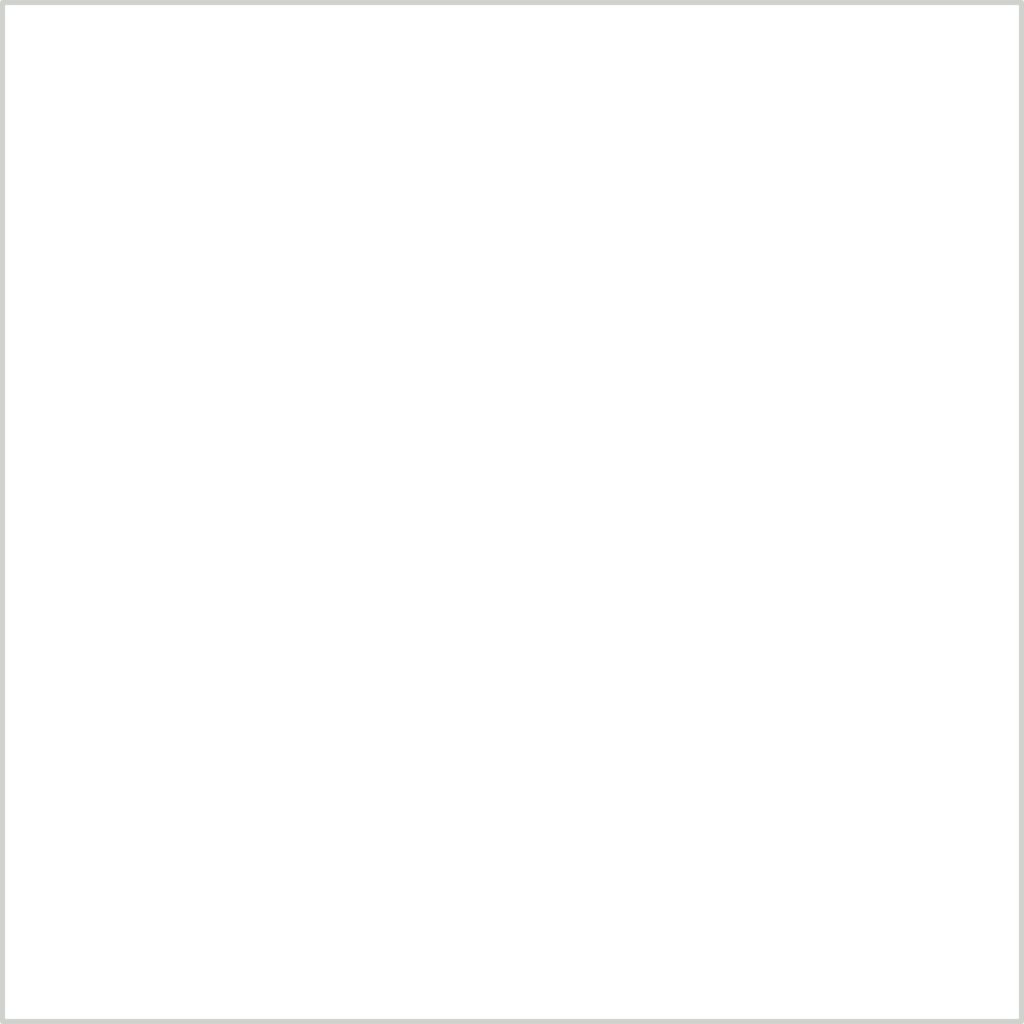
<source format=kicad_pcb>
(kicad_pcb (version 4) (host pcbnew 4.0.6)

  (general
    (links 0)
    (no_connects 0)
    (area 0 0 0 0)
    (thickness 1.6)
    (drawings 4)
    (tracks 0)
    (zones 0)
    (modules 0)
    (nets 1)
  )

  (page A4)
  (layers
    (0 F.Cu signal)
    (31 B.Cu signal)
    (32 B.Adhes user)
    (33 F.Adhes user)
    (34 B.Paste user)
    (35 F.Paste user)
    (36 B.SilkS user)
    (37 F.SilkS user)
    (38 B.Mask user)
    (39 F.Mask user)
    (40 Dwgs.User user)
    (41 Cmts.User user)
    (42 Eco1.User user)
    (43 Eco2.User user)
    (44 Edge.Cuts user)
    (45 Margin user)
    (46 B.CrtYd user)
    (47 F.CrtYd user)
    (48 B.Fab user)
    (49 F.Fab user)
  )

  (setup
    (last_trace_width 0.25)
    (trace_clearance 0.2)
    (zone_clearance 0.508)
    (zone_45_only no)
    (trace_min 0.2)
    (segment_width 0.2)
    (edge_width 0.15)
    (via_size 0.6)
    (via_drill 0.4)
    (via_min_size 0.4)
    (via_min_drill 0.3)
    (uvia_size 0.3)
    (uvia_drill 0.1)
    (uvias_allowed no)
    (uvia_min_size 0.2)
    (uvia_min_drill 0.1)
    (pcb_text_width 0.3)
    (pcb_text_size 1.5 1.5)
    (mod_edge_width 0.15)
    (mod_text_size 1 1)
    (mod_text_width 0.15)
    (pad_size 1.524 1.524)
    (pad_drill 0.762)
    (pad_to_mask_clearance 0.2)
    (aux_axis_origin 0 0)
    (visible_elements FFFFFF7F)
    (pcbplotparams
      (layerselection 0x00030_80000001)
      (usegerberextensions false)
      (excludeedgelayer true)
      (linewidth 0.010000)
      (plotframeref false)
      (viasonmask false)
      (mode 1)
      (useauxorigin false)
      (hpglpennumber 1)
      (hpglpenspeed 20)
      (hpglpendiameter 15)
      (hpglpenoverlay 2)
      (psnegative false)
      (psa4output false)
      (plotreference true)
      (plotvalue true)
      (plotinvisibletext false)
      (padsonsilk false)
      (subtractmaskfromsilk false)
      (outputformat 1)
      (mirror false)
      (drillshape 1)
      (scaleselection 1)
      (outputdirectory ""))
  )

  (net 0 "")

  (net_class Default "This is the default net class."
    (clearance 0.2)
    (trace_width 0.25)
    (via_dia 0.6)
    (via_drill 0.4)
    (uvia_dia 0.3)
    (uvia_drill 0.1)
  )

  (gr_line (start 0 30) (end 0 0) (layer Edge.Cuts) (width 0.15))
  (gr_line (start 30 30) (end 0 30) (layer Edge.Cuts) (width 0.15))
  (gr_line (start 30 0) (end 30 30) (layer Edge.Cuts) (width 0.15))
  (gr_line (start 0 0) (end 30 0) (layer Edge.Cuts) (width 0.15))

)

</source>
